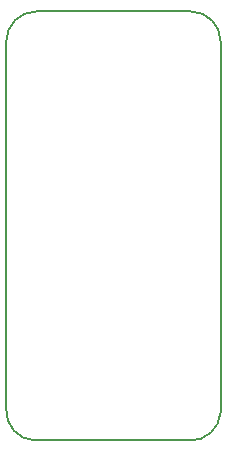
<source format=gko>
%TF.GenerationSoftware,KiCad,Pcbnew,4.0.7*%
%TF.CreationDate,2018-05-06T15:55:51+02:00*%
%TF.ProjectId,Modulo_bluetooth,4D6F64756C6F5F626C7565746F6F7468,rev?*%
%TF.FileFunction,Profile,NP*%
%FSLAX46Y46*%
G04 Gerber Fmt 4.6, Leading zero omitted, Abs format (unit mm)*
G04 Created by KiCad (PCBNEW 4.0.7) date 05/06/18 15:55:51*
%MOMM*%
%LPD*%
G01*
G04 APERTURE LIST*
%ADD10C,0.100000*%
%ADD11C,0.127000*%
G04 APERTURE END LIST*
D10*
D11*
X2540000Y0D02*
X15621000Y0D01*
X0Y-33655000D02*
X0Y-2540000D01*
X15494000Y-36322000D02*
X2413000Y-36322000D01*
X18161000Y-2540000D02*
X18161000Y-33909000D01*
X0Y-33655000D02*
G75*
G03X2413000Y-36322000I2540000J-127000D01*
G01*
X15494000Y-36322000D02*
G75*
G03X18161000Y-33909000I127000J2540000D01*
G01*
X2540000Y0D02*
G75*
G03X0Y-2540000I0J-2540000D01*
G01*
X18161000Y-2540000D02*
G75*
G03X15621000Y0I-2540000J0D01*
G01*
M02*

</source>
